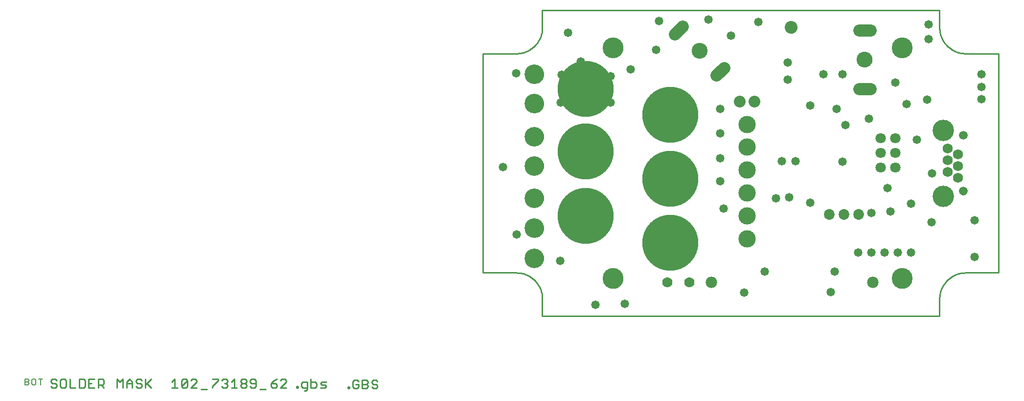
<source format=gbs>
G75*
%MOIN*%
%OFA0B0*%
%FSLAX24Y24*%
%IPPOS*%
%LPD*%
%AMOC8*
5,1,8,0,0,1.08239X$1,22.5*
%
%ADD10C,0.0000*%
%ADD11C,0.1330*%
%ADD12C,0.0110*%
%ADD13C,0.0080*%
%ADD14C,0.1180*%
%ADD15C,0.0100*%
%ADD16C,0.1419*%
%ADD17C,0.3830*%
%ADD18C,0.0830*%
%ADD19C,0.1080*%
%ADD20C,0.0800*%
%ADD21C,0.0780*%
%ADD22C,0.0867*%
%ADD23C,0.0700*%
%ADD24C,0.0730*%
%ADD25C,0.0680*%
%ADD26C,0.1458*%
%ADD27C,0.0592*%
%ADD28C,0.0710*%
%ADD29C,0.0580*%
D10*
X042875Y023950D02*
X042877Y024000D01*
X042883Y024049D01*
X042893Y024098D01*
X042906Y024145D01*
X042924Y024192D01*
X042945Y024237D01*
X042969Y024280D01*
X042997Y024321D01*
X043028Y024360D01*
X043062Y024396D01*
X043099Y024430D01*
X043139Y024460D01*
X043180Y024487D01*
X043224Y024511D01*
X043269Y024531D01*
X043316Y024547D01*
X043364Y024560D01*
X043413Y024569D01*
X043463Y024574D01*
X043512Y024575D01*
X043562Y024572D01*
X043611Y024565D01*
X043660Y024554D01*
X043707Y024540D01*
X043753Y024521D01*
X043798Y024499D01*
X043841Y024474D01*
X043881Y024445D01*
X043919Y024413D01*
X043955Y024379D01*
X043988Y024341D01*
X044017Y024301D01*
X044043Y024259D01*
X044066Y024215D01*
X044085Y024169D01*
X044101Y024122D01*
X044113Y024073D01*
X044121Y024024D01*
X044125Y023975D01*
X044125Y023925D01*
X044121Y023876D01*
X044113Y023827D01*
X044101Y023778D01*
X044085Y023731D01*
X044066Y023685D01*
X044043Y023641D01*
X044017Y023599D01*
X043988Y023559D01*
X043955Y023521D01*
X043919Y023487D01*
X043881Y023455D01*
X043841Y023426D01*
X043798Y023401D01*
X043753Y023379D01*
X043707Y023360D01*
X043660Y023346D01*
X043611Y023335D01*
X043562Y023328D01*
X043512Y023325D01*
X043463Y023326D01*
X043413Y023331D01*
X043364Y023340D01*
X043316Y023353D01*
X043269Y023369D01*
X043224Y023389D01*
X043180Y023413D01*
X043139Y023440D01*
X043099Y023470D01*
X043062Y023504D01*
X043028Y023540D01*
X042997Y023579D01*
X042969Y023620D01*
X042945Y023663D01*
X042924Y023708D01*
X042906Y023755D01*
X042893Y023802D01*
X042883Y023851D01*
X042877Y023900D01*
X042875Y023950D01*
X042875Y026000D02*
X042877Y026050D01*
X042883Y026099D01*
X042893Y026148D01*
X042906Y026195D01*
X042924Y026242D01*
X042945Y026287D01*
X042969Y026330D01*
X042997Y026371D01*
X043028Y026410D01*
X043062Y026446D01*
X043099Y026480D01*
X043139Y026510D01*
X043180Y026537D01*
X043224Y026561D01*
X043269Y026581D01*
X043316Y026597D01*
X043364Y026610D01*
X043413Y026619D01*
X043463Y026624D01*
X043512Y026625D01*
X043562Y026622D01*
X043611Y026615D01*
X043660Y026604D01*
X043707Y026590D01*
X043753Y026571D01*
X043798Y026549D01*
X043841Y026524D01*
X043881Y026495D01*
X043919Y026463D01*
X043955Y026429D01*
X043988Y026391D01*
X044017Y026351D01*
X044043Y026309D01*
X044066Y026265D01*
X044085Y026219D01*
X044101Y026172D01*
X044113Y026123D01*
X044121Y026074D01*
X044125Y026025D01*
X044125Y025975D01*
X044121Y025926D01*
X044113Y025877D01*
X044101Y025828D01*
X044085Y025781D01*
X044066Y025735D01*
X044043Y025691D01*
X044017Y025649D01*
X043988Y025609D01*
X043955Y025571D01*
X043919Y025537D01*
X043881Y025505D01*
X043841Y025476D01*
X043798Y025451D01*
X043753Y025429D01*
X043707Y025410D01*
X043660Y025396D01*
X043611Y025385D01*
X043562Y025378D01*
X043512Y025375D01*
X043463Y025376D01*
X043413Y025381D01*
X043364Y025390D01*
X043316Y025403D01*
X043269Y025419D01*
X043224Y025439D01*
X043180Y025463D01*
X043139Y025490D01*
X043099Y025520D01*
X043062Y025554D01*
X043028Y025590D01*
X042997Y025629D01*
X042969Y025670D01*
X042945Y025713D01*
X042924Y025758D01*
X042906Y025805D01*
X042893Y025852D01*
X042883Y025901D01*
X042877Y025950D01*
X042875Y026000D01*
X042875Y028050D02*
X042877Y028100D01*
X042883Y028149D01*
X042893Y028198D01*
X042906Y028245D01*
X042924Y028292D01*
X042945Y028337D01*
X042969Y028380D01*
X042997Y028421D01*
X043028Y028460D01*
X043062Y028496D01*
X043099Y028530D01*
X043139Y028560D01*
X043180Y028587D01*
X043224Y028611D01*
X043269Y028631D01*
X043316Y028647D01*
X043364Y028660D01*
X043413Y028669D01*
X043463Y028674D01*
X043512Y028675D01*
X043562Y028672D01*
X043611Y028665D01*
X043660Y028654D01*
X043707Y028640D01*
X043753Y028621D01*
X043798Y028599D01*
X043841Y028574D01*
X043881Y028545D01*
X043919Y028513D01*
X043955Y028479D01*
X043988Y028441D01*
X044017Y028401D01*
X044043Y028359D01*
X044066Y028315D01*
X044085Y028269D01*
X044101Y028222D01*
X044113Y028173D01*
X044121Y028124D01*
X044125Y028075D01*
X044125Y028025D01*
X044121Y027976D01*
X044113Y027927D01*
X044101Y027878D01*
X044085Y027831D01*
X044066Y027785D01*
X044043Y027741D01*
X044017Y027699D01*
X043988Y027659D01*
X043955Y027621D01*
X043919Y027587D01*
X043881Y027555D01*
X043841Y027526D01*
X043798Y027501D01*
X043753Y027479D01*
X043707Y027460D01*
X043660Y027446D01*
X043611Y027435D01*
X043562Y027428D01*
X043512Y027425D01*
X043463Y027426D01*
X043413Y027431D01*
X043364Y027440D01*
X043316Y027453D01*
X043269Y027469D01*
X043224Y027489D01*
X043180Y027513D01*
X043139Y027540D01*
X043099Y027570D01*
X043062Y027604D01*
X043028Y027640D01*
X042997Y027679D01*
X042969Y027720D01*
X042945Y027763D01*
X042924Y027808D01*
X042906Y027855D01*
X042893Y027902D01*
X042883Y027951D01*
X042877Y028000D01*
X042875Y028050D01*
X042875Y030250D02*
X042877Y030300D01*
X042883Y030349D01*
X042893Y030398D01*
X042906Y030445D01*
X042924Y030492D01*
X042945Y030537D01*
X042969Y030580D01*
X042997Y030621D01*
X043028Y030660D01*
X043062Y030696D01*
X043099Y030730D01*
X043139Y030760D01*
X043180Y030787D01*
X043224Y030811D01*
X043269Y030831D01*
X043316Y030847D01*
X043364Y030860D01*
X043413Y030869D01*
X043463Y030874D01*
X043512Y030875D01*
X043562Y030872D01*
X043611Y030865D01*
X043660Y030854D01*
X043707Y030840D01*
X043753Y030821D01*
X043798Y030799D01*
X043841Y030774D01*
X043881Y030745D01*
X043919Y030713D01*
X043955Y030679D01*
X043988Y030641D01*
X044017Y030601D01*
X044043Y030559D01*
X044066Y030515D01*
X044085Y030469D01*
X044101Y030422D01*
X044113Y030373D01*
X044121Y030324D01*
X044125Y030275D01*
X044125Y030225D01*
X044121Y030176D01*
X044113Y030127D01*
X044101Y030078D01*
X044085Y030031D01*
X044066Y029985D01*
X044043Y029941D01*
X044017Y029899D01*
X043988Y029859D01*
X043955Y029821D01*
X043919Y029787D01*
X043881Y029755D01*
X043841Y029726D01*
X043798Y029701D01*
X043753Y029679D01*
X043707Y029660D01*
X043660Y029646D01*
X043611Y029635D01*
X043562Y029628D01*
X043512Y029625D01*
X043463Y029626D01*
X043413Y029631D01*
X043364Y029640D01*
X043316Y029653D01*
X043269Y029669D01*
X043224Y029689D01*
X043180Y029713D01*
X043139Y029740D01*
X043099Y029770D01*
X043062Y029804D01*
X043028Y029840D01*
X042997Y029879D01*
X042969Y029920D01*
X042945Y029963D01*
X042924Y030008D01*
X042906Y030055D01*
X042893Y030102D01*
X042883Y030151D01*
X042877Y030200D01*
X042875Y030250D01*
X042875Y032250D02*
X042877Y032300D01*
X042883Y032349D01*
X042893Y032398D01*
X042906Y032445D01*
X042924Y032492D01*
X042945Y032537D01*
X042969Y032580D01*
X042997Y032621D01*
X043028Y032660D01*
X043062Y032696D01*
X043099Y032730D01*
X043139Y032760D01*
X043180Y032787D01*
X043224Y032811D01*
X043269Y032831D01*
X043316Y032847D01*
X043364Y032860D01*
X043413Y032869D01*
X043463Y032874D01*
X043512Y032875D01*
X043562Y032872D01*
X043611Y032865D01*
X043660Y032854D01*
X043707Y032840D01*
X043753Y032821D01*
X043798Y032799D01*
X043841Y032774D01*
X043881Y032745D01*
X043919Y032713D01*
X043955Y032679D01*
X043988Y032641D01*
X044017Y032601D01*
X044043Y032559D01*
X044066Y032515D01*
X044085Y032469D01*
X044101Y032422D01*
X044113Y032373D01*
X044121Y032324D01*
X044125Y032275D01*
X044125Y032225D01*
X044121Y032176D01*
X044113Y032127D01*
X044101Y032078D01*
X044085Y032031D01*
X044066Y031985D01*
X044043Y031941D01*
X044017Y031899D01*
X043988Y031859D01*
X043955Y031821D01*
X043919Y031787D01*
X043881Y031755D01*
X043841Y031726D01*
X043798Y031701D01*
X043753Y031679D01*
X043707Y031660D01*
X043660Y031646D01*
X043611Y031635D01*
X043562Y031628D01*
X043512Y031625D01*
X043463Y031626D01*
X043413Y031631D01*
X043364Y031640D01*
X043316Y031653D01*
X043269Y031669D01*
X043224Y031689D01*
X043180Y031713D01*
X043139Y031740D01*
X043099Y031770D01*
X043062Y031804D01*
X043028Y031840D01*
X042997Y031879D01*
X042969Y031920D01*
X042945Y031963D01*
X042924Y032008D01*
X042906Y032055D01*
X042893Y032102D01*
X042883Y032151D01*
X042877Y032200D01*
X042875Y032250D01*
X042875Y034500D02*
X042877Y034550D01*
X042883Y034599D01*
X042893Y034648D01*
X042906Y034695D01*
X042924Y034742D01*
X042945Y034787D01*
X042969Y034830D01*
X042997Y034871D01*
X043028Y034910D01*
X043062Y034946D01*
X043099Y034980D01*
X043139Y035010D01*
X043180Y035037D01*
X043224Y035061D01*
X043269Y035081D01*
X043316Y035097D01*
X043364Y035110D01*
X043413Y035119D01*
X043463Y035124D01*
X043512Y035125D01*
X043562Y035122D01*
X043611Y035115D01*
X043660Y035104D01*
X043707Y035090D01*
X043753Y035071D01*
X043798Y035049D01*
X043841Y035024D01*
X043881Y034995D01*
X043919Y034963D01*
X043955Y034929D01*
X043988Y034891D01*
X044017Y034851D01*
X044043Y034809D01*
X044066Y034765D01*
X044085Y034719D01*
X044101Y034672D01*
X044113Y034623D01*
X044121Y034574D01*
X044125Y034525D01*
X044125Y034475D01*
X044121Y034426D01*
X044113Y034377D01*
X044101Y034328D01*
X044085Y034281D01*
X044066Y034235D01*
X044043Y034191D01*
X044017Y034149D01*
X043988Y034109D01*
X043955Y034071D01*
X043919Y034037D01*
X043881Y034005D01*
X043841Y033976D01*
X043798Y033951D01*
X043753Y033929D01*
X043707Y033910D01*
X043660Y033896D01*
X043611Y033885D01*
X043562Y033878D01*
X043512Y033875D01*
X043463Y033876D01*
X043413Y033881D01*
X043364Y033890D01*
X043316Y033903D01*
X043269Y033919D01*
X043224Y033939D01*
X043180Y033963D01*
X043139Y033990D01*
X043099Y034020D01*
X043062Y034054D01*
X043028Y034090D01*
X042997Y034129D01*
X042969Y034170D01*
X042945Y034213D01*
X042924Y034258D01*
X042906Y034305D01*
X042893Y034352D01*
X042883Y034401D01*
X042877Y034450D01*
X042875Y034500D01*
X042875Y036500D02*
X042877Y036550D01*
X042883Y036599D01*
X042893Y036648D01*
X042906Y036695D01*
X042924Y036742D01*
X042945Y036787D01*
X042969Y036830D01*
X042997Y036871D01*
X043028Y036910D01*
X043062Y036946D01*
X043099Y036980D01*
X043139Y037010D01*
X043180Y037037D01*
X043224Y037061D01*
X043269Y037081D01*
X043316Y037097D01*
X043364Y037110D01*
X043413Y037119D01*
X043463Y037124D01*
X043512Y037125D01*
X043562Y037122D01*
X043611Y037115D01*
X043660Y037104D01*
X043707Y037090D01*
X043753Y037071D01*
X043798Y037049D01*
X043841Y037024D01*
X043881Y036995D01*
X043919Y036963D01*
X043955Y036929D01*
X043988Y036891D01*
X044017Y036851D01*
X044043Y036809D01*
X044066Y036765D01*
X044085Y036719D01*
X044101Y036672D01*
X044113Y036623D01*
X044121Y036574D01*
X044125Y036525D01*
X044125Y036475D01*
X044121Y036426D01*
X044113Y036377D01*
X044101Y036328D01*
X044085Y036281D01*
X044066Y036235D01*
X044043Y036191D01*
X044017Y036149D01*
X043988Y036109D01*
X043955Y036071D01*
X043919Y036037D01*
X043881Y036005D01*
X043841Y035976D01*
X043798Y035951D01*
X043753Y035929D01*
X043707Y035910D01*
X043660Y035896D01*
X043611Y035885D01*
X043562Y035878D01*
X043512Y035875D01*
X043463Y035876D01*
X043413Y035881D01*
X043364Y035890D01*
X043316Y035903D01*
X043269Y035919D01*
X043224Y035939D01*
X043180Y035963D01*
X043139Y035990D01*
X043099Y036020D01*
X043062Y036054D01*
X043028Y036090D01*
X042997Y036129D01*
X042969Y036170D01*
X042945Y036213D01*
X042924Y036258D01*
X042906Y036305D01*
X042893Y036352D01*
X042883Y036401D01*
X042877Y036450D01*
X042875Y036500D01*
X048189Y038307D02*
X048191Y038358D01*
X048197Y038409D01*
X048207Y038459D01*
X048220Y038509D01*
X048238Y038557D01*
X048258Y038604D01*
X048283Y038649D01*
X048311Y038692D01*
X048342Y038733D01*
X048376Y038771D01*
X048413Y038806D01*
X048452Y038839D01*
X048494Y038869D01*
X048538Y038895D01*
X048584Y038917D01*
X048632Y038937D01*
X048681Y038952D01*
X048731Y038964D01*
X048781Y038972D01*
X048832Y038976D01*
X048884Y038976D01*
X048935Y038972D01*
X048985Y038964D01*
X049035Y038952D01*
X049084Y038937D01*
X049132Y038917D01*
X049178Y038895D01*
X049222Y038869D01*
X049264Y038839D01*
X049303Y038806D01*
X049340Y038771D01*
X049374Y038733D01*
X049405Y038692D01*
X049433Y038649D01*
X049458Y038604D01*
X049478Y038557D01*
X049496Y038509D01*
X049509Y038459D01*
X049519Y038409D01*
X049525Y038358D01*
X049527Y038307D01*
X049525Y038256D01*
X049519Y038205D01*
X049509Y038155D01*
X049496Y038105D01*
X049478Y038057D01*
X049458Y038010D01*
X049433Y037965D01*
X049405Y037922D01*
X049374Y037881D01*
X049340Y037843D01*
X049303Y037808D01*
X049264Y037775D01*
X049222Y037745D01*
X049178Y037719D01*
X049132Y037697D01*
X049084Y037677D01*
X049035Y037662D01*
X048985Y037650D01*
X048935Y037642D01*
X048884Y037638D01*
X048832Y037638D01*
X048781Y037642D01*
X048731Y037650D01*
X048681Y037662D01*
X048632Y037677D01*
X048584Y037697D01*
X048538Y037719D01*
X048494Y037745D01*
X048452Y037775D01*
X048413Y037808D01*
X048376Y037843D01*
X048342Y037881D01*
X048311Y037922D01*
X048283Y037965D01*
X048258Y038010D01*
X048238Y038057D01*
X048220Y038105D01*
X048207Y038155D01*
X048197Y038205D01*
X048191Y038256D01*
X048189Y038307D01*
X054250Y038100D02*
X054252Y038144D01*
X054258Y038188D01*
X054268Y038231D01*
X054281Y038273D01*
X054298Y038314D01*
X054319Y038353D01*
X054343Y038390D01*
X054370Y038425D01*
X054400Y038457D01*
X054433Y038487D01*
X054469Y038513D01*
X054506Y038537D01*
X054546Y038556D01*
X054587Y038573D01*
X054630Y038585D01*
X054673Y038594D01*
X054717Y038599D01*
X054761Y038600D01*
X054805Y038597D01*
X054849Y038590D01*
X054892Y038579D01*
X054934Y038565D01*
X054974Y038547D01*
X055013Y038525D01*
X055049Y038501D01*
X055083Y038473D01*
X055115Y038442D01*
X055144Y038408D01*
X055170Y038372D01*
X055192Y038334D01*
X055211Y038294D01*
X055226Y038252D01*
X055238Y038210D01*
X055246Y038166D01*
X055250Y038122D01*
X055250Y038078D01*
X055246Y038034D01*
X055238Y037990D01*
X055226Y037948D01*
X055211Y037906D01*
X055192Y037866D01*
X055170Y037828D01*
X055144Y037792D01*
X055115Y037758D01*
X055083Y037727D01*
X055049Y037699D01*
X055013Y037675D01*
X054974Y037653D01*
X054934Y037635D01*
X054892Y037621D01*
X054849Y037610D01*
X054805Y037603D01*
X054761Y037600D01*
X054717Y037601D01*
X054673Y037606D01*
X054630Y037615D01*
X054587Y037627D01*
X054546Y037644D01*
X054506Y037663D01*
X054469Y037687D01*
X054433Y037713D01*
X054400Y037743D01*
X054370Y037775D01*
X054343Y037810D01*
X054319Y037847D01*
X054298Y037886D01*
X054281Y037927D01*
X054268Y037969D01*
X054258Y038012D01*
X054252Y038056D01*
X054250Y038100D01*
X060606Y039700D02*
X060608Y039739D01*
X060614Y039778D01*
X060624Y039816D01*
X060637Y039853D01*
X060654Y039888D01*
X060674Y039922D01*
X060698Y039953D01*
X060725Y039982D01*
X060754Y040008D01*
X060786Y040031D01*
X060820Y040051D01*
X060856Y040067D01*
X060893Y040079D01*
X060932Y040088D01*
X060971Y040093D01*
X061010Y040094D01*
X061049Y040091D01*
X061088Y040084D01*
X061125Y040073D01*
X061162Y040059D01*
X061197Y040041D01*
X061230Y040020D01*
X061261Y039995D01*
X061289Y039968D01*
X061314Y039938D01*
X061336Y039905D01*
X061355Y039871D01*
X061370Y039835D01*
X061382Y039797D01*
X061390Y039759D01*
X061394Y039720D01*
X061394Y039680D01*
X061390Y039641D01*
X061382Y039603D01*
X061370Y039565D01*
X061355Y039529D01*
X061336Y039495D01*
X061314Y039462D01*
X061289Y039432D01*
X061261Y039405D01*
X061230Y039380D01*
X061197Y039359D01*
X061162Y039341D01*
X061125Y039327D01*
X061088Y039316D01*
X061049Y039309D01*
X061010Y039306D01*
X060971Y039307D01*
X060932Y039312D01*
X060893Y039321D01*
X060856Y039333D01*
X060820Y039349D01*
X060786Y039369D01*
X060754Y039392D01*
X060725Y039418D01*
X060698Y039447D01*
X060674Y039478D01*
X060654Y039512D01*
X060637Y039547D01*
X060624Y039584D01*
X060614Y039622D01*
X060608Y039661D01*
X060606Y039700D01*
X065500Y037500D02*
X065502Y037544D01*
X065508Y037588D01*
X065518Y037631D01*
X065531Y037673D01*
X065548Y037714D01*
X065569Y037753D01*
X065593Y037790D01*
X065620Y037825D01*
X065650Y037857D01*
X065683Y037887D01*
X065719Y037913D01*
X065756Y037937D01*
X065796Y037956D01*
X065837Y037973D01*
X065880Y037985D01*
X065923Y037994D01*
X065967Y037999D01*
X066011Y038000D01*
X066055Y037997D01*
X066099Y037990D01*
X066142Y037979D01*
X066184Y037965D01*
X066224Y037947D01*
X066263Y037925D01*
X066299Y037901D01*
X066333Y037873D01*
X066365Y037842D01*
X066394Y037808D01*
X066420Y037772D01*
X066442Y037734D01*
X066461Y037694D01*
X066476Y037652D01*
X066488Y037610D01*
X066496Y037566D01*
X066500Y037522D01*
X066500Y037478D01*
X066496Y037434D01*
X066488Y037390D01*
X066476Y037348D01*
X066461Y037306D01*
X066442Y037266D01*
X066420Y037228D01*
X066394Y037192D01*
X066365Y037158D01*
X066333Y037127D01*
X066299Y037099D01*
X066263Y037075D01*
X066224Y037053D01*
X066184Y037035D01*
X066142Y037021D01*
X066099Y037010D01*
X066055Y037003D01*
X066011Y037000D01*
X065967Y037001D01*
X065923Y037006D01*
X065880Y037015D01*
X065837Y037027D01*
X065796Y037044D01*
X065756Y037063D01*
X065719Y037087D01*
X065683Y037113D01*
X065650Y037143D01*
X065620Y037175D01*
X065593Y037210D01*
X065569Y037247D01*
X065548Y037286D01*
X065531Y037327D01*
X065518Y037369D01*
X065508Y037412D01*
X065502Y037456D01*
X065500Y037500D01*
X067874Y038307D02*
X067876Y038358D01*
X067882Y038409D01*
X067892Y038459D01*
X067905Y038509D01*
X067923Y038557D01*
X067943Y038604D01*
X067968Y038649D01*
X067996Y038692D01*
X068027Y038733D01*
X068061Y038771D01*
X068098Y038806D01*
X068137Y038839D01*
X068179Y038869D01*
X068223Y038895D01*
X068269Y038917D01*
X068317Y038937D01*
X068366Y038952D01*
X068416Y038964D01*
X068466Y038972D01*
X068517Y038976D01*
X068569Y038976D01*
X068620Y038972D01*
X068670Y038964D01*
X068720Y038952D01*
X068769Y038937D01*
X068817Y038917D01*
X068863Y038895D01*
X068907Y038869D01*
X068949Y038839D01*
X068988Y038806D01*
X069025Y038771D01*
X069059Y038733D01*
X069090Y038692D01*
X069118Y038649D01*
X069143Y038604D01*
X069163Y038557D01*
X069181Y038509D01*
X069194Y038459D01*
X069204Y038409D01*
X069210Y038358D01*
X069212Y038307D01*
X069210Y038256D01*
X069204Y038205D01*
X069194Y038155D01*
X069181Y038105D01*
X069163Y038057D01*
X069143Y038010D01*
X069118Y037965D01*
X069090Y037922D01*
X069059Y037881D01*
X069025Y037843D01*
X068988Y037808D01*
X068949Y037775D01*
X068907Y037745D01*
X068863Y037719D01*
X068817Y037697D01*
X068769Y037677D01*
X068720Y037662D01*
X068670Y037650D01*
X068620Y037642D01*
X068569Y037638D01*
X068517Y037638D01*
X068466Y037642D01*
X068416Y037650D01*
X068366Y037662D01*
X068317Y037677D01*
X068269Y037697D01*
X068223Y037719D01*
X068179Y037745D01*
X068137Y037775D01*
X068098Y037808D01*
X068061Y037843D01*
X068027Y037881D01*
X067996Y037922D01*
X067968Y037965D01*
X067943Y038010D01*
X067923Y038057D01*
X067905Y038105D01*
X067892Y038155D01*
X067882Y038205D01*
X067876Y038256D01*
X067874Y038307D01*
X072464Y032343D02*
X072466Y032374D01*
X072472Y032405D01*
X072481Y032435D01*
X072494Y032464D01*
X072511Y032491D01*
X072531Y032515D01*
X072553Y032537D01*
X072579Y032556D01*
X072606Y032572D01*
X072635Y032584D01*
X072665Y032593D01*
X072696Y032598D01*
X072728Y032599D01*
X072759Y032596D01*
X072790Y032589D01*
X072820Y032579D01*
X072848Y032565D01*
X072874Y032547D01*
X072898Y032527D01*
X072919Y032503D01*
X072938Y032478D01*
X072953Y032450D01*
X072964Y032421D01*
X072972Y032390D01*
X072976Y032359D01*
X072976Y032327D01*
X072972Y032296D01*
X072964Y032265D01*
X072953Y032236D01*
X072938Y032208D01*
X072919Y032183D01*
X072898Y032159D01*
X072874Y032139D01*
X072848Y032121D01*
X072820Y032107D01*
X072790Y032097D01*
X072759Y032090D01*
X072728Y032087D01*
X072696Y032088D01*
X072665Y032093D01*
X072635Y032102D01*
X072606Y032114D01*
X072579Y032130D01*
X072553Y032149D01*
X072531Y032171D01*
X072511Y032195D01*
X072494Y032222D01*
X072481Y032251D01*
X072472Y032281D01*
X072466Y032312D01*
X072464Y032343D01*
X072464Y028524D02*
X072466Y028555D01*
X072472Y028586D01*
X072481Y028616D01*
X072494Y028645D01*
X072511Y028672D01*
X072531Y028696D01*
X072553Y028718D01*
X072579Y028737D01*
X072606Y028753D01*
X072635Y028765D01*
X072665Y028774D01*
X072696Y028779D01*
X072728Y028780D01*
X072759Y028777D01*
X072790Y028770D01*
X072820Y028760D01*
X072848Y028746D01*
X072874Y028728D01*
X072898Y028708D01*
X072919Y028684D01*
X072938Y028659D01*
X072953Y028631D01*
X072964Y028602D01*
X072972Y028571D01*
X072976Y028540D01*
X072976Y028508D01*
X072972Y028477D01*
X072964Y028446D01*
X072953Y028417D01*
X072938Y028389D01*
X072919Y028364D01*
X072898Y028340D01*
X072874Y028320D01*
X072848Y028302D01*
X072820Y028288D01*
X072790Y028278D01*
X072759Y028271D01*
X072728Y028268D01*
X072696Y028269D01*
X072665Y028274D01*
X072635Y028283D01*
X072606Y028295D01*
X072579Y028311D01*
X072553Y028330D01*
X072531Y028352D01*
X072511Y028376D01*
X072494Y028403D01*
X072481Y028432D01*
X072472Y028462D01*
X072466Y028493D01*
X072464Y028524D01*
X067874Y022559D02*
X067876Y022610D01*
X067882Y022661D01*
X067892Y022711D01*
X067905Y022761D01*
X067923Y022809D01*
X067943Y022856D01*
X067968Y022901D01*
X067996Y022944D01*
X068027Y022985D01*
X068061Y023023D01*
X068098Y023058D01*
X068137Y023091D01*
X068179Y023121D01*
X068223Y023147D01*
X068269Y023169D01*
X068317Y023189D01*
X068366Y023204D01*
X068416Y023216D01*
X068466Y023224D01*
X068517Y023228D01*
X068569Y023228D01*
X068620Y023224D01*
X068670Y023216D01*
X068720Y023204D01*
X068769Y023189D01*
X068817Y023169D01*
X068863Y023147D01*
X068907Y023121D01*
X068949Y023091D01*
X068988Y023058D01*
X069025Y023023D01*
X069059Y022985D01*
X069090Y022944D01*
X069118Y022901D01*
X069143Y022856D01*
X069163Y022809D01*
X069181Y022761D01*
X069194Y022711D01*
X069204Y022661D01*
X069210Y022610D01*
X069212Y022559D01*
X069210Y022508D01*
X069204Y022457D01*
X069194Y022407D01*
X069181Y022357D01*
X069163Y022309D01*
X069143Y022262D01*
X069118Y022217D01*
X069090Y022174D01*
X069059Y022133D01*
X069025Y022095D01*
X068988Y022060D01*
X068949Y022027D01*
X068907Y021997D01*
X068863Y021971D01*
X068817Y021949D01*
X068769Y021929D01*
X068720Y021914D01*
X068670Y021902D01*
X068620Y021894D01*
X068569Y021890D01*
X068517Y021890D01*
X068466Y021894D01*
X068416Y021902D01*
X068366Y021914D01*
X068317Y021929D01*
X068269Y021949D01*
X068223Y021971D01*
X068179Y021997D01*
X068137Y022027D01*
X068098Y022060D01*
X068061Y022095D01*
X068027Y022133D01*
X067996Y022174D01*
X067968Y022217D01*
X067943Y022262D01*
X067923Y022309D01*
X067905Y022357D01*
X067892Y022407D01*
X067882Y022457D01*
X067876Y022508D01*
X067874Y022559D01*
X048189Y022559D02*
X048191Y022610D01*
X048197Y022661D01*
X048207Y022711D01*
X048220Y022761D01*
X048238Y022809D01*
X048258Y022856D01*
X048283Y022901D01*
X048311Y022944D01*
X048342Y022985D01*
X048376Y023023D01*
X048413Y023058D01*
X048452Y023091D01*
X048494Y023121D01*
X048538Y023147D01*
X048584Y023169D01*
X048632Y023189D01*
X048681Y023204D01*
X048731Y023216D01*
X048781Y023224D01*
X048832Y023228D01*
X048884Y023228D01*
X048935Y023224D01*
X048985Y023216D01*
X049035Y023204D01*
X049084Y023189D01*
X049132Y023169D01*
X049178Y023147D01*
X049222Y023121D01*
X049264Y023091D01*
X049303Y023058D01*
X049340Y023023D01*
X049374Y022985D01*
X049405Y022944D01*
X049433Y022901D01*
X049458Y022856D01*
X049478Y022809D01*
X049496Y022761D01*
X049509Y022711D01*
X049519Y022661D01*
X049525Y022610D01*
X049527Y022559D01*
X049525Y022508D01*
X049519Y022457D01*
X049509Y022407D01*
X049496Y022357D01*
X049478Y022309D01*
X049458Y022262D01*
X049433Y022217D01*
X049405Y022174D01*
X049374Y022133D01*
X049340Y022095D01*
X049303Y022060D01*
X049264Y022027D01*
X049222Y021997D01*
X049178Y021971D01*
X049132Y021949D01*
X049084Y021929D01*
X049035Y021914D01*
X048985Y021902D01*
X048935Y021894D01*
X048884Y021890D01*
X048832Y021890D01*
X048781Y021894D01*
X048731Y021902D01*
X048681Y021914D01*
X048632Y021929D01*
X048584Y021949D01*
X048538Y021971D01*
X048494Y021997D01*
X048452Y022027D01*
X048413Y022060D01*
X048376Y022095D01*
X048342Y022133D01*
X048311Y022174D01*
X048283Y022217D01*
X048258Y022262D01*
X048238Y022309D01*
X048220Y022357D01*
X048207Y022407D01*
X048197Y022457D01*
X048191Y022508D01*
X048189Y022559D01*
D11*
X043500Y023950D03*
X043500Y026000D03*
X043500Y028050D03*
X043500Y030250D03*
X043500Y032250D03*
X043500Y034500D03*
X043500Y036500D03*
D12*
X032706Y015646D02*
X032509Y015646D01*
X032410Y015547D01*
X032410Y015449D01*
X032509Y015350D01*
X032706Y015350D01*
X032804Y015252D01*
X032804Y015153D01*
X032706Y015055D01*
X032509Y015055D01*
X032410Y015153D01*
X032160Y015153D02*
X032061Y015055D01*
X031766Y015055D01*
X031766Y015646D01*
X032061Y015646D01*
X032160Y015547D01*
X032160Y015449D01*
X032061Y015350D01*
X031766Y015350D01*
X031515Y015350D02*
X031318Y015350D01*
X031515Y015350D02*
X031515Y015153D01*
X031417Y015055D01*
X031220Y015055D01*
X031121Y015153D01*
X031121Y015547D01*
X031220Y015646D01*
X031417Y015646D01*
X031515Y015547D01*
X032061Y015350D02*
X032160Y015252D01*
X032160Y015153D01*
X032706Y015646D02*
X032804Y015547D01*
X030897Y015153D02*
X030897Y015055D01*
X030799Y015055D01*
X030799Y015153D01*
X030897Y015153D01*
X029310Y015203D02*
X029212Y015302D01*
X029015Y015302D01*
X028916Y015400D01*
X029015Y015499D01*
X029310Y015499D01*
X029310Y015203D02*
X029212Y015105D01*
X028916Y015105D01*
X028665Y015203D02*
X028665Y015400D01*
X028567Y015499D01*
X028272Y015499D01*
X028272Y015696D02*
X028272Y015105D01*
X028567Y015105D01*
X028665Y015203D01*
X028021Y015105D02*
X027726Y015105D01*
X027627Y015203D01*
X027627Y015400D01*
X027726Y015499D01*
X028021Y015499D01*
X028021Y015007D01*
X027923Y014908D01*
X027824Y014908D01*
X027403Y015105D02*
X027305Y015105D01*
X027305Y015203D01*
X027403Y015203D01*
X027403Y015105D01*
X026593Y015105D02*
X026200Y015105D01*
X026593Y015499D01*
X026593Y015597D01*
X026495Y015696D01*
X026298Y015696D01*
X026200Y015597D01*
X025949Y015696D02*
X025752Y015597D01*
X025555Y015400D01*
X025850Y015400D01*
X025949Y015302D01*
X025949Y015203D01*
X025850Y015105D01*
X025653Y015105D01*
X025555Y015203D01*
X025555Y015400D01*
X025199Y015007D02*
X024805Y015007D01*
X024527Y015203D02*
X024527Y015597D01*
X024428Y015696D01*
X024232Y015696D01*
X024133Y015597D01*
X024133Y015499D01*
X024232Y015400D01*
X024527Y015400D01*
X024527Y015203D02*
X024428Y015105D01*
X024232Y015105D01*
X024133Y015203D01*
X023882Y015203D02*
X023784Y015105D01*
X023587Y015105D01*
X023489Y015203D01*
X023489Y015302D01*
X023587Y015400D01*
X023784Y015400D01*
X023882Y015302D01*
X023882Y015203D01*
X023784Y015400D02*
X023882Y015499D01*
X023882Y015597D01*
X023784Y015696D01*
X023587Y015696D01*
X023489Y015597D01*
X023489Y015499D01*
X023587Y015400D01*
X023238Y015105D02*
X022844Y015105D01*
X023041Y015105D02*
X023041Y015696D01*
X022844Y015499D01*
X022593Y015499D02*
X022495Y015400D01*
X022593Y015302D01*
X022593Y015203D01*
X022495Y015105D01*
X022298Y015105D01*
X022200Y015203D01*
X022396Y015400D02*
X022495Y015400D01*
X022593Y015499D02*
X022593Y015597D01*
X022495Y015696D01*
X022298Y015696D01*
X022200Y015597D01*
X021949Y015597D02*
X021555Y015203D01*
X021555Y015105D01*
X021199Y015007D02*
X020805Y015007D01*
X020488Y015105D02*
X020094Y015105D01*
X020488Y015499D01*
X020488Y015597D01*
X020389Y015696D01*
X020193Y015696D01*
X020094Y015597D01*
X019843Y015597D02*
X019745Y015696D01*
X019548Y015696D01*
X019450Y015597D01*
X019450Y015203D01*
X019843Y015597D01*
X019843Y015203D01*
X019745Y015105D01*
X019548Y015105D01*
X019450Y015203D01*
X019199Y015105D02*
X018805Y015105D01*
X019002Y015105D02*
X019002Y015696D01*
X018805Y015499D01*
X017394Y015696D02*
X017000Y015302D01*
X017099Y015400D02*
X017394Y015105D01*
X017000Y015105D02*
X017000Y015696D01*
X016750Y015597D02*
X016651Y015696D01*
X016454Y015696D01*
X016356Y015597D01*
X016356Y015499D01*
X016454Y015400D01*
X016651Y015400D01*
X016750Y015302D01*
X016750Y015203D01*
X016651Y015105D01*
X016454Y015105D01*
X016356Y015203D01*
X016105Y015105D02*
X016105Y015499D01*
X015908Y015696D01*
X015711Y015499D01*
X015711Y015105D01*
X015461Y015105D02*
X015461Y015696D01*
X015264Y015499D01*
X015067Y015696D01*
X015067Y015105D01*
X015711Y015400D02*
X016105Y015400D01*
X014171Y015400D02*
X014073Y015302D01*
X013778Y015302D01*
X013975Y015302D02*
X014171Y015105D01*
X014171Y015400D02*
X014171Y015597D01*
X014073Y015696D01*
X013778Y015696D01*
X013778Y015105D01*
X013527Y015105D02*
X013133Y015105D01*
X013133Y015696D01*
X013527Y015696D01*
X013330Y015400D02*
X013133Y015400D01*
X012882Y015203D02*
X012882Y015597D01*
X012784Y015696D01*
X012489Y015696D01*
X012489Y015105D01*
X012784Y015105D01*
X012882Y015203D01*
X012238Y015105D02*
X011844Y015105D01*
X011844Y015696D01*
X011593Y015597D02*
X011495Y015696D01*
X011298Y015696D01*
X011200Y015597D01*
X011200Y015203D01*
X011298Y015105D01*
X011495Y015105D01*
X011593Y015203D01*
X011593Y015597D01*
X010949Y015597D02*
X010850Y015696D01*
X010653Y015696D01*
X010555Y015597D01*
X010555Y015499D01*
X010653Y015400D01*
X010850Y015400D01*
X010949Y015302D01*
X010949Y015203D01*
X010850Y015105D01*
X010653Y015105D01*
X010555Y015203D01*
X021555Y015696D02*
X021949Y015696D01*
X021949Y015597D01*
D13*
X009000Y015290D02*
X008790Y015290D01*
X008790Y015710D01*
X009000Y015710D01*
X009070Y015640D01*
X009070Y015570D01*
X009000Y015500D01*
X008790Y015500D01*
X009000Y015500D02*
X009070Y015430D01*
X009070Y015360D01*
X009000Y015290D01*
X009250Y015360D02*
X009250Y015640D01*
X009320Y015710D01*
X009461Y015710D01*
X009531Y015640D01*
X009531Y015360D01*
X009461Y015290D01*
X009320Y015290D01*
X009250Y015360D01*
X009711Y015710D02*
X009991Y015710D01*
X009851Y015710D02*
X009851Y015290D01*
D14*
X058000Y025283D03*
X058000Y026843D03*
X058000Y028403D03*
X058000Y029963D03*
X058000Y031523D03*
X058000Y033083D03*
D15*
X071102Y039685D02*
X071102Y040866D01*
X044035Y040866D01*
X044035Y039685D01*
X044036Y039685D02*
X044034Y039603D01*
X044028Y039522D01*
X044019Y039440D01*
X044006Y039359D01*
X043989Y039279D01*
X043968Y039200D01*
X043944Y039122D01*
X043916Y039045D01*
X043885Y038969D01*
X043850Y038895D01*
X043812Y038823D01*
X043771Y038752D01*
X043726Y038684D01*
X043678Y038617D01*
X043627Y038553D01*
X043574Y038491D01*
X043517Y038432D01*
X043458Y038375D01*
X043396Y038322D01*
X043332Y038271D01*
X043265Y038223D01*
X043197Y038178D01*
X043126Y038137D01*
X043054Y038099D01*
X042980Y038064D01*
X042904Y038033D01*
X042827Y038005D01*
X042749Y037981D01*
X042670Y037960D01*
X042590Y037943D01*
X042509Y037930D01*
X042427Y037921D01*
X042346Y037915D01*
X042264Y037913D01*
X040000Y037913D01*
X040000Y022953D01*
X042264Y022953D01*
X042346Y022951D01*
X042427Y022945D01*
X042509Y022936D01*
X042590Y022923D01*
X042670Y022906D01*
X042749Y022885D01*
X042827Y022861D01*
X042904Y022833D01*
X042980Y022802D01*
X043054Y022767D01*
X043126Y022729D01*
X043197Y022688D01*
X043265Y022643D01*
X043332Y022595D01*
X043396Y022544D01*
X043458Y022491D01*
X043517Y022434D01*
X043574Y022375D01*
X043627Y022313D01*
X043678Y022249D01*
X043726Y022182D01*
X043771Y022114D01*
X043812Y022043D01*
X043850Y021971D01*
X043885Y021897D01*
X043916Y021821D01*
X043944Y021744D01*
X043968Y021666D01*
X043989Y021587D01*
X044006Y021507D01*
X044019Y021426D01*
X044028Y021344D01*
X044034Y021263D01*
X044036Y021181D01*
X044035Y021181D02*
X044035Y020000D01*
X071102Y020000D01*
X071102Y021181D01*
X071104Y021263D01*
X071110Y021344D01*
X071119Y021426D01*
X071132Y021507D01*
X071149Y021587D01*
X071170Y021666D01*
X071194Y021744D01*
X071222Y021821D01*
X071253Y021897D01*
X071288Y021971D01*
X071326Y022043D01*
X071367Y022114D01*
X071412Y022182D01*
X071460Y022249D01*
X071511Y022313D01*
X071564Y022375D01*
X071621Y022434D01*
X071680Y022491D01*
X071742Y022544D01*
X071806Y022595D01*
X071873Y022643D01*
X071941Y022688D01*
X072012Y022729D01*
X072084Y022767D01*
X072158Y022802D01*
X072234Y022833D01*
X072311Y022861D01*
X072389Y022885D01*
X072468Y022906D01*
X072548Y022923D01*
X072629Y022936D01*
X072711Y022945D01*
X072792Y022951D01*
X072874Y022953D01*
X075138Y022953D01*
X075138Y037913D01*
X072874Y037913D01*
X072792Y037915D01*
X072711Y037921D01*
X072629Y037930D01*
X072548Y037943D01*
X072468Y037960D01*
X072389Y037981D01*
X072311Y038005D01*
X072234Y038033D01*
X072158Y038064D01*
X072084Y038099D01*
X072012Y038137D01*
X071941Y038178D01*
X071873Y038223D01*
X071806Y038271D01*
X071742Y038322D01*
X071680Y038375D01*
X071621Y038432D01*
X071564Y038491D01*
X071511Y038553D01*
X071460Y038617D01*
X071412Y038684D01*
X071367Y038752D01*
X071326Y038823D01*
X071288Y038895D01*
X071253Y038969D01*
X071222Y039045D01*
X071194Y039122D01*
X071170Y039200D01*
X071149Y039279D01*
X071132Y039359D01*
X071119Y039440D01*
X071110Y039522D01*
X071104Y039603D01*
X071102Y039685D01*
D16*
X068543Y038307D03*
X048858Y038307D03*
X048858Y022559D03*
X068543Y022559D03*
D17*
X052750Y025000D03*
X052750Y029375D03*
X052750Y033750D03*
X047000Y035500D03*
X047000Y031250D03*
X047000Y026850D03*
D18*
X055899Y036421D02*
X056429Y036951D01*
X053601Y039779D02*
X053071Y039249D01*
X065625Y039500D02*
X066375Y039500D01*
X066375Y035500D02*
X065625Y035500D01*
D19*
X066000Y037500D03*
X054750Y038100D03*
D20*
X057500Y034650D03*
X058500Y034650D03*
D21*
X055540Y022300D03*
X066560Y022300D03*
D22*
X061000Y039700D03*
D23*
X054050Y022300D03*
X052550Y022300D03*
D24*
X063600Y026950D03*
X064600Y026950D03*
X065600Y026950D03*
D25*
X071649Y029831D03*
X072350Y030232D03*
X072350Y029429D03*
X071649Y030634D03*
X071649Y031437D03*
X072350Y031035D03*
D26*
X071370Y032683D03*
X071370Y028183D03*
D27*
X072720Y028524D03*
X072720Y032343D03*
D28*
X068100Y032150D03*
X067100Y032150D03*
X067100Y031150D03*
X067100Y030150D03*
X068100Y030150D03*
X068100Y031150D03*
D29*
X069550Y032033D03*
X068850Y034483D03*
X070250Y034783D03*
X068100Y035950D03*
X066300Y033483D03*
X064700Y033033D03*
X064100Y034133D03*
X062300Y034383D03*
X060743Y036150D03*
X060743Y037300D03*
X063200Y036500D03*
X064500Y036500D03*
X070343Y038900D03*
X070343Y039900D03*
X073950Y036500D03*
X073950Y035650D03*
X073950Y034800D03*
X070600Y029733D03*
X069150Y027683D03*
X067750Y027133D03*
X066450Y027050D03*
X067550Y028733D03*
X064500Y030533D03*
X061300Y030583D03*
X060350Y030583D03*
X060850Y028100D03*
X059950Y028050D03*
X062300Y027750D03*
X065550Y024350D03*
X066450Y024350D03*
X067350Y024350D03*
X068250Y024350D03*
X069150Y024350D03*
X070550Y026400D03*
X073500Y026550D03*
X073500Y024050D03*
X063950Y023050D03*
X063700Y021650D03*
X059200Y023050D03*
X057800Y021600D03*
X056400Y027323D03*
X056150Y029200D03*
X056150Y030783D03*
X056150Y032453D03*
X056150Y034123D03*
X051800Y038183D03*
X050050Y036833D03*
X048700Y036383D03*
X048700Y034583D03*
X045300Y034583D03*
X045350Y036483D03*
X046650Y037383D03*
X045800Y039333D03*
X042250Y036583D03*
X041350Y030183D03*
X042300Y025583D03*
X045250Y023783D03*
X047670Y020783D03*
X049650Y020833D03*
X056900Y039133D03*
X055350Y040233D03*
X058750Y040083D03*
X052000Y040133D03*
M02*

</source>
